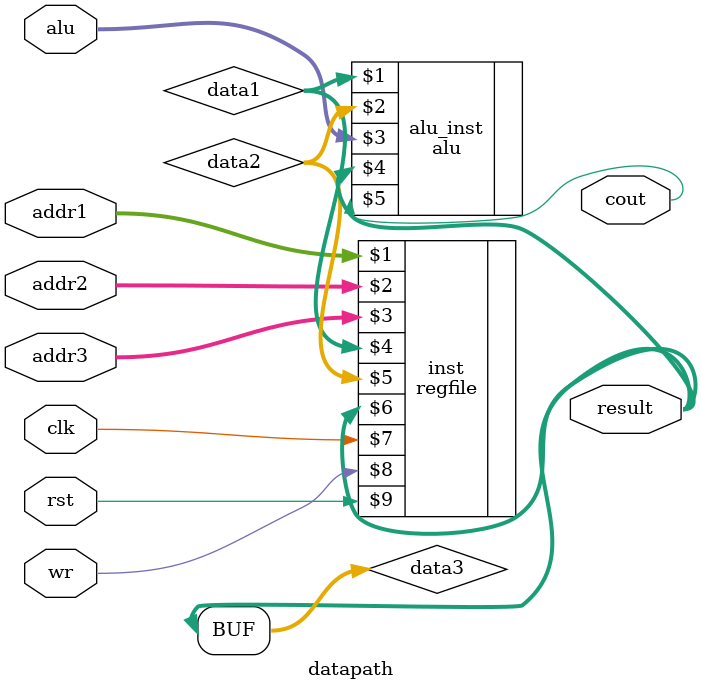
<source format=v>
`include "alu.v"
`include "regfile.v"

module datapath(addr1, addr2, addr3, clk, wr, rst, alu,result,cout);
    input clk, rst,wr;
    input [1:0] addr1, addr2, addr3;
    input[2:0]alu;
    wire [31:0]  data3;
    output cout;
    output [31:0] result;
    wire [31:0] data1, data2;

    
    regfile inst(addr1,addr2,addr3,data1,data2,data3,clk,wr,rst);
    alu alu_inst(data1,data2,alu,result,cout);

    
    assign data3 = result; 
    

endmodule  

</source>
